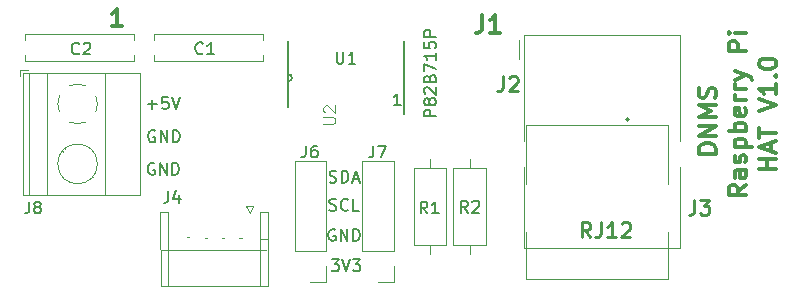
<source format=gbr>
G04 #@! TF.GenerationSoftware,KiCad,Pcbnew,5.1.5+dfsg1-2build2*
G04 #@! TF.CreationDate,2021-06-01T14:02:20+02:00*
G04 #@! TF.ProjectId,DNMS-RPI-HAT-V1.0,444e4d53-2d52-4504-992d-4841542d5631,1.0*
G04 #@! TF.SameCoordinates,Original*
G04 #@! TF.FileFunction,Legend,Top*
G04 #@! TF.FilePolarity,Positive*
%FSLAX46Y46*%
G04 Gerber Fmt 4.6, Leading zero omitted, Abs format (unit mm)*
G04 Created by KiCad (PCBNEW 5.1.5+dfsg1-2build2) date 2021-06-01 14:02:20*
%MOMM*%
%LPD*%
G04 APERTURE LIST*
%ADD10C,0.300000*%
%ADD11C,0.150000*%
%ADD12C,0.120000*%
%ADD13C,0.100000*%
%ADD14C,0.200000*%
%ADD15C,0.152400*%
%ADD16C,0.254000*%
%ADD17C,0.015000*%
G04 APERTURE END LIST*
D10*
X176671251Y-109464208D02*
X175171251Y-109464208D01*
X175171251Y-109107065D01*
X175242680Y-108892780D01*
X175385537Y-108749922D01*
X175528394Y-108678494D01*
X175814108Y-108607065D01*
X176028394Y-108607065D01*
X176314108Y-108678494D01*
X176456965Y-108749922D01*
X176599822Y-108892780D01*
X176671251Y-109107065D01*
X176671251Y-109464208D01*
X176671251Y-107964208D02*
X175171251Y-107964208D01*
X176671251Y-107107065D01*
X175171251Y-107107065D01*
X176671251Y-106392780D02*
X175171251Y-106392780D01*
X176242680Y-105892780D01*
X175171251Y-105392780D01*
X176671251Y-105392780D01*
X176599822Y-104749922D02*
X176671251Y-104535637D01*
X176671251Y-104178494D01*
X176599822Y-104035637D01*
X176528394Y-103964208D01*
X176385537Y-103892780D01*
X176242680Y-103892780D01*
X176099822Y-103964208D01*
X176028394Y-104035637D01*
X175956965Y-104178494D01*
X175885537Y-104464208D01*
X175814108Y-104607065D01*
X175742680Y-104678494D01*
X175599822Y-104749922D01*
X175456965Y-104749922D01*
X175314108Y-104678494D01*
X175242680Y-104607065D01*
X175171251Y-104464208D01*
X175171251Y-104107065D01*
X175242680Y-103892780D01*
X179221251Y-112142780D02*
X178506965Y-112642780D01*
X179221251Y-112999922D02*
X177721251Y-112999922D01*
X177721251Y-112428494D01*
X177792680Y-112285637D01*
X177864108Y-112214208D01*
X178006965Y-112142780D01*
X178221251Y-112142780D01*
X178364108Y-112214208D01*
X178435537Y-112285637D01*
X178506965Y-112428494D01*
X178506965Y-112999922D01*
X179221251Y-110857065D02*
X178435537Y-110857065D01*
X178292680Y-110928494D01*
X178221251Y-111071351D01*
X178221251Y-111357065D01*
X178292680Y-111499922D01*
X179149822Y-110857065D02*
X179221251Y-110999922D01*
X179221251Y-111357065D01*
X179149822Y-111499922D01*
X179006965Y-111571351D01*
X178864108Y-111571351D01*
X178721251Y-111499922D01*
X178649822Y-111357065D01*
X178649822Y-110999922D01*
X178578394Y-110857065D01*
X179149822Y-110214208D02*
X179221251Y-110071351D01*
X179221251Y-109785637D01*
X179149822Y-109642780D01*
X179006965Y-109571351D01*
X178935537Y-109571351D01*
X178792680Y-109642780D01*
X178721251Y-109785637D01*
X178721251Y-109999922D01*
X178649822Y-110142780D01*
X178506965Y-110214208D01*
X178435537Y-110214208D01*
X178292680Y-110142780D01*
X178221251Y-109999922D01*
X178221251Y-109785637D01*
X178292680Y-109642780D01*
X178221251Y-108928494D02*
X179721251Y-108928494D01*
X178292680Y-108928494D02*
X178221251Y-108785637D01*
X178221251Y-108499922D01*
X178292680Y-108357065D01*
X178364108Y-108285637D01*
X178506965Y-108214208D01*
X178935537Y-108214208D01*
X179078394Y-108285637D01*
X179149822Y-108357065D01*
X179221251Y-108499922D01*
X179221251Y-108785637D01*
X179149822Y-108928494D01*
X179221251Y-107571351D02*
X177721251Y-107571351D01*
X178292680Y-107571351D02*
X178221251Y-107428494D01*
X178221251Y-107142780D01*
X178292680Y-106999922D01*
X178364108Y-106928494D01*
X178506965Y-106857065D01*
X178935537Y-106857065D01*
X179078394Y-106928494D01*
X179149822Y-106999922D01*
X179221251Y-107142780D01*
X179221251Y-107428494D01*
X179149822Y-107571351D01*
X179149822Y-105642780D02*
X179221251Y-105785637D01*
X179221251Y-106071351D01*
X179149822Y-106214208D01*
X179006965Y-106285637D01*
X178435537Y-106285637D01*
X178292680Y-106214208D01*
X178221251Y-106071351D01*
X178221251Y-105785637D01*
X178292680Y-105642780D01*
X178435537Y-105571351D01*
X178578394Y-105571351D01*
X178721251Y-106285637D01*
X179221251Y-104928494D02*
X178221251Y-104928494D01*
X178506965Y-104928494D02*
X178364108Y-104857065D01*
X178292680Y-104785637D01*
X178221251Y-104642780D01*
X178221251Y-104499922D01*
X179221251Y-103999922D02*
X178221251Y-103999922D01*
X178506965Y-103999922D02*
X178364108Y-103928494D01*
X178292680Y-103857065D01*
X178221251Y-103714208D01*
X178221251Y-103571351D01*
X178221251Y-103214208D02*
X179221251Y-102857065D01*
X178221251Y-102499922D02*
X179221251Y-102857065D01*
X179578394Y-102999922D01*
X179649822Y-103071351D01*
X179721251Y-103214208D01*
X179221251Y-100785637D02*
X177721251Y-100785637D01*
X177721251Y-100214208D01*
X177792680Y-100071351D01*
X177864108Y-99999922D01*
X178006965Y-99928494D01*
X178221251Y-99928494D01*
X178364108Y-99999922D01*
X178435537Y-100071351D01*
X178506965Y-100214208D01*
X178506965Y-100785637D01*
X179221251Y-99285637D02*
X178221251Y-99285637D01*
X177721251Y-99285637D02*
X177792680Y-99357065D01*
X177864108Y-99285637D01*
X177792680Y-99214208D01*
X177721251Y-99285637D01*
X177864108Y-99285637D01*
X181771251Y-110785637D02*
X180271251Y-110785637D01*
X180985537Y-110785637D02*
X180985537Y-109928494D01*
X181771251Y-109928494D02*
X180271251Y-109928494D01*
X181342680Y-109285637D02*
X181342680Y-108571351D01*
X181771251Y-109428494D02*
X180271251Y-108928494D01*
X181771251Y-108428494D01*
X180271251Y-108142780D02*
X180271251Y-107285637D01*
X181771251Y-107714208D02*
X180271251Y-107714208D01*
X180271251Y-105857065D02*
X181771251Y-105357065D01*
X180271251Y-104857065D01*
X181771251Y-103571351D02*
X181771251Y-104428494D01*
X181771251Y-103999922D02*
X180271251Y-103999922D01*
X180485537Y-104142780D01*
X180628394Y-104285637D01*
X180699822Y-104428494D01*
X181628394Y-102928494D02*
X181699822Y-102857065D01*
X181771251Y-102928494D01*
X181699822Y-102999922D01*
X181628394Y-102928494D01*
X181771251Y-102928494D01*
X180271251Y-101928494D02*
X180271251Y-101785637D01*
X180342680Y-101642780D01*
X180414108Y-101571351D01*
X180556965Y-101499922D01*
X180842680Y-101428494D01*
X181199822Y-101428494D01*
X181485537Y-101499922D01*
X181628394Y-101571351D01*
X181699822Y-101642780D01*
X181771251Y-101785637D01*
X181771251Y-101928494D01*
X181699822Y-102071351D01*
X181628394Y-102142780D01*
X181485537Y-102214208D01*
X181199822Y-102285637D01*
X180842680Y-102285637D01*
X180556965Y-102214208D01*
X180414108Y-102142780D01*
X180342680Y-102071351D01*
X180271251Y-101928494D01*
D11*
X129096595Y-110308760D02*
X129001357Y-110261140D01*
X128858500Y-110261140D01*
X128715642Y-110308760D01*
X128620404Y-110403998D01*
X128572785Y-110499236D01*
X128525166Y-110689712D01*
X128525166Y-110832569D01*
X128572785Y-111023045D01*
X128620404Y-111118283D01*
X128715642Y-111213521D01*
X128858500Y-111261140D01*
X128953738Y-111261140D01*
X129096595Y-111213521D01*
X129144214Y-111165902D01*
X129144214Y-110832569D01*
X128953738Y-110832569D01*
X129572785Y-111261140D02*
X129572785Y-110261140D01*
X130144214Y-111261140D01*
X130144214Y-110261140D01*
X130620404Y-111261140D02*
X130620404Y-110261140D01*
X130858500Y-110261140D01*
X131001357Y-110308760D01*
X131096595Y-110403998D01*
X131144214Y-110499236D01*
X131191833Y-110689712D01*
X131191833Y-110832569D01*
X131144214Y-111023045D01*
X131096595Y-111118283D01*
X131001357Y-111213521D01*
X130858500Y-111261140D01*
X130620404Y-111261140D01*
X129144855Y-107552860D02*
X129049617Y-107505240D01*
X128906760Y-107505240D01*
X128763902Y-107552860D01*
X128668664Y-107648098D01*
X128621045Y-107743336D01*
X128573426Y-107933812D01*
X128573426Y-108076669D01*
X128621045Y-108267145D01*
X128668664Y-108362383D01*
X128763902Y-108457621D01*
X128906760Y-108505240D01*
X129001998Y-108505240D01*
X129144855Y-108457621D01*
X129192474Y-108410002D01*
X129192474Y-108076669D01*
X129001998Y-108076669D01*
X129621045Y-108505240D02*
X129621045Y-107505240D01*
X130192474Y-108505240D01*
X130192474Y-107505240D01*
X130668664Y-108505240D02*
X130668664Y-107505240D01*
X130906760Y-107505240D01*
X131049617Y-107552860D01*
X131144855Y-107648098D01*
X131192474Y-107743336D01*
X131240093Y-107933812D01*
X131240093Y-108076669D01*
X131192474Y-108267145D01*
X131144855Y-108362383D01*
X131049617Y-108457621D01*
X130906760Y-108505240D01*
X130668664Y-108505240D01*
X128544845Y-105312508D02*
X129306750Y-105312508D01*
X128925798Y-105693460D02*
X128925798Y-104931556D01*
X130259131Y-104693460D02*
X129782940Y-104693460D01*
X129735321Y-105169651D01*
X129782940Y-105122032D01*
X129878179Y-105074413D01*
X130116274Y-105074413D01*
X130211512Y-105122032D01*
X130259131Y-105169651D01*
X130306750Y-105264889D01*
X130306750Y-105502984D01*
X130259131Y-105598222D01*
X130211512Y-105645841D01*
X130116274Y-105693460D01*
X129878179Y-105693460D01*
X129782940Y-105645841D01*
X129735321Y-105598222D01*
X130592464Y-104693460D02*
X130925798Y-105693460D01*
X131259131Y-104693460D01*
X144111864Y-118434860D02*
X144730912Y-118434860D01*
X144397579Y-118815813D01*
X144540436Y-118815813D01*
X144635674Y-118863432D01*
X144683293Y-118911051D01*
X144730912Y-119006289D01*
X144730912Y-119244384D01*
X144683293Y-119339622D01*
X144635674Y-119387241D01*
X144540436Y-119434860D01*
X144254721Y-119434860D01*
X144159483Y-119387241D01*
X144111864Y-119339622D01*
X145016626Y-118434860D02*
X145349960Y-119434860D01*
X145683293Y-118434860D01*
X145921388Y-118434860D02*
X146540436Y-118434860D01*
X146207102Y-118815813D01*
X146349960Y-118815813D01*
X146445198Y-118863432D01*
X146492817Y-118911051D01*
X146540436Y-119006289D01*
X146540436Y-119244384D01*
X146492817Y-119339622D01*
X146445198Y-119387241D01*
X146349960Y-119434860D01*
X146064245Y-119434860D01*
X145969007Y-119387241D01*
X145921388Y-119339622D01*
X144400095Y-115917080D02*
X144304857Y-115869460D01*
X144162000Y-115869460D01*
X144019142Y-115917080D01*
X143923904Y-116012318D01*
X143876285Y-116107556D01*
X143828666Y-116298032D01*
X143828666Y-116440889D01*
X143876285Y-116631365D01*
X143923904Y-116726603D01*
X144019142Y-116821841D01*
X144162000Y-116869460D01*
X144257238Y-116869460D01*
X144400095Y-116821841D01*
X144447714Y-116774222D01*
X144447714Y-116440889D01*
X144257238Y-116440889D01*
X144876285Y-116869460D02*
X144876285Y-115869460D01*
X145447714Y-116869460D01*
X145447714Y-115869460D01*
X145923904Y-116869460D02*
X145923904Y-115869460D01*
X146162000Y-115869460D01*
X146304857Y-115917080D01*
X146400095Y-116012318D01*
X146447714Y-116107556D01*
X146495333Y-116298032D01*
X146495333Y-116440889D01*
X146447714Y-116631365D01*
X146400095Y-116726603D01*
X146304857Y-116821841D01*
X146162000Y-116869460D01*
X145923904Y-116869460D01*
X143923263Y-114253901D02*
X144066120Y-114301520D01*
X144304216Y-114301520D01*
X144399454Y-114253901D01*
X144447073Y-114206282D01*
X144494692Y-114111044D01*
X144494692Y-114015806D01*
X144447073Y-113920568D01*
X144399454Y-113872949D01*
X144304216Y-113825330D01*
X144113740Y-113777711D01*
X144018501Y-113730092D01*
X143970882Y-113682473D01*
X143923263Y-113587235D01*
X143923263Y-113491997D01*
X143970882Y-113396759D01*
X144018501Y-113349140D01*
X144113740Y-113301520D01*
X144351835Y-113301520D01*
X144494692Y-113349140D01*
X145494692Y-114206282D02*
X145447073Y-114253901D01*
X145304216Y-114301520D01*
X145208978Y-114301520D01*
X145066120Y-114253901D01*
X144970882Y-114158663D01*
X144923263Y-114063425D01*
X144875644Y-113872949D01*
X144875644Y-113730092D01*
X144923263Y-113539616D01*
X144970882Y-113444378D01*
X145066120Y-113349140D01*
X145208978Y-113301520D01*
X145304216Y-113301520D01*
X145447073Y-113349140D01*
X145494692Y-113396759D01*
X146399454Y-114301520D02*
X145923263Y-114301520D01*
X145923263Y-113301520D01*
X143947714Y-111879001D02*
X144090571Y-111926620D01*
X144328666Y-111926620D01*
X144423904Y-111879001D01*
X144471523Y-111831382D01*
X144519142Y-111736144D01*
X144519142Y-111640906D01*
X144471523Y-111545668D01*
X144423904Y-111498049D01*
X144328666Y-111450430D01*
X144138190Y-111402811D01*
X144042952Y-111355192D01*
X143995333Y-111307573D01*
X143947714Y-111212335D01*
X143947714Y-111117097D01*
X143995333Y-111021859D01*
X144042952Y-110974240D01*
X144138190Y-110926620D01*
X144376285Y-110926620D01*
X144519142Y-110974240D01*
X144947714Y-111926620D02*
X144947714Y-110926620D01*
X145185809Y-110926620D01*
X145328666Y-110974240D01*
X145423904Y-111069478D01*
X145471523Y-111164716D01*
X145519142Y-111355192D01*
X145519142Y-111498049D01*
X145471523Y-111688525D01*
X145423904Y-111783763D01*
X145328666Y-111879001D01*
X145185809Y-111926620D01*
X144947714Y-111926620D01*
X145900095Y-111640906D02*
X146376285Y-111640906D01*
X145804857Y-111926620D02*
X146138190Y-110926620D01*
X146471523Y-111926620D01*
D10*
X126342451Y-98703511D02*
X125485308Y-98703511D01*
X125913880Y-98703511D02*
X125913880Y-97203511D01*
X125771022Y-97417797D01*
X125628165Y-97560654D01*
X125485308Y-97632082D01*
D12*
X160436560Y-99423840D02*
X173636560Y-99423840D01*
X173636560Y-99423840D02*
X173636560Y-108443840D01*
D13*
X173636560Y-117303840D02*
X173636560Y-117423840D01*
D12*
X173636560Y-117423840D02*
X173636560Y-110643840D01*
D13*
X173636560Y-117413840D02*
X173636560Y-117423840D01*
D12*
X173636560Y-117423840D02*
X160436560Y-117423840D01*
X160436560Y-117423840D02*
X160436560Y-110643840D01*
D13*
X160436560Y-108373840D02*
X160436560Y-108443840D01*
D12*
X160436560Y-108443840D02*
X160436560Y-99423840D01*
X159966560Y-101423840D02*
X159966560Y-99893840D01*
D13*
X160561500Y-112072560D02*
X160561500Y-107072560D01*
X160561500Y-107072560D02*
X172561500Y-107072560D01*
X172561500Y-107072560D02*
X172561500Y-112072560D01*
X160561500Y-116072560D02*
X160561500Y-120072560D01*
X160561500Y-120072560D02*
X172561500Y-120072560D01*
X172561500Y-120072560D02*
X172561500Y-116072560D01*
D14*
X169061500Y-106572560D02*
X169061500Y-106572560D01*
X169261500Y-106572560D02*
X169261500Y-106572560D01*
X169261500Y-106572560D02*
G75*
G03X169061500Y-106572560I-100000J0D01*
G01*
X169061500Y-106572560D02*
G75*
G03X169261500Y-106572560I100000J0D01*
G01*
D12*
X155784280Y-109908860D02*
X155784280Y-110678860D01*
X155784280Y-117988860D02*
X155784280Y-117218860D01*
X154414280Y-110678860D02*
X154414280Y-117218860D01*
X157154280Y-110678860D02*
X154414280Y-110678860D01*
X157154280Y-117218860D02*
X157154280Y-110678860D01*
X154414280Y-117218860D02*
X157154280Y-117218860D01*
X152456880Y-109908860D02*
X152456880Y-110678860D01*
X152456880Y-117988860D02*
X152456880Y-117218860D01*
X151086880Y-110678860D02*
X151086880Y-117218860D01*
X153826880Y-110678860D02*
X151086880Y-110678860D01*
X153826880Y-117218860D02*
X153826880Y-110678860D01*
X151086880Y-117218860D02*
X153826880Y-117218860D01*
X121064424Y-105944718D02*
G75*
G02X120919180Y-105261400I1534756J683318D01*
G01*
X123282222Y-106796826D02*
G75*
G02X121915180Y-106796400I-683042J1535426D01*
G01*
X124134606Y-104578358D02*
G75*
G02X124134180Y-105945400I-1535426J-683042D01*
G01*
X121916138Y-103725974D02*
G75*
G02X123283180Y-103726400I683042J-1535426D01*
G01*
X120918927Y-105290205D02*
G75*
G02X121064180Y-104577400I1680253J28805D01*
G01*
X124279180Y-110341400D02*
G75*
G03X124279180Y-110341400I-1680000J0D01*
G01*
X118499180Y-102661400D02*
X118499180Y-112941400D01*
X119999180Y-102661400D02*
X119999180Y-112941400D01*
X124900180Y-102661400D02*
X124900180Y-112941400D01*
X127860180Y-102661400D02*
X127860180Y-112941400D01*
X117939180Y-102661400D02*
X117939180Y-112941400D01*
X127860180Y-102661400D02*
X117939180Y-102661400D01*
X127860180Y-112941400D02*
X117939180Y-112941400D01*
X123668180Y-111616400D02*
X123622180Y-111569400D01*
X121360180Y-109307400D02*
X121325180Y-109272400D01*
X123874180Y-111411400D02*
X123838180Y-111376400D01*
X121576180Y-109114400D02*
X121530180Y-109067400D01*
X118439180Y-102421400D02*
X117699180Y-102421400D01*
X117699180Y-102421400D02*
X117699180Y-102921400D01*
D15*
X150244540Y-106112300D02*
X150244540Y-99965500D01*
X140440140Y-99965500D02*
X140440140Y-102734100D01*
X140440140Y-102734100D02*
X140440140Y-103343700D01*
X140440140Y-103343700D02*
X140440140Y-105553500D01*
X140440140Y-102734100D02*
G75*
G02X140440140Y-103343700I0J-304800D01*
G01*
D12*
X149352040Y-120351240D02*
X148022040Y-120351240D01*
X149352040Y-119021240D02*
X149352040Y-120351240D01*
X149352040Y-117751240D02*
X146692040Y-117751240D01*
X146692040Y-117751240D02*
X146692040Y-110071240D01*
X149352040Y-117751240D02*
X149352040Y-110071240D01*
X149352040Y-110071240D02*
X146692040Y-110071240D01*
X143642120Y-120351240D02*
X142312120Y-120351240D01*
X143642120Y-119021240D02*
X143642120Y-120351240D01*
X143642120Y-117751240D02*
X140982120Y-117751240D01*
X140982120Y-117751240D02*
X140982120Y-110071240D01*
X143642120Y-117751240D02*
X143642120Y-110071240D01*
X143642120Y-110071240D02*
X140982120Y-110071240D01*
X136881320Y-113915760D02*
X137181320Y-114515760D01*
X137481320Y-113915760D02*
X136881320Y-113915760D01*
X137181320Y-114515760D02*
X137481320Y-113915760D01*
X132031320Y-116555760D02*
X131871320Y-116555760D01*
X129681320Y-117605760D02*
X130001320Y-117605760D01*
X133521320Y-116575760D02*
X133361320Y-116575760D01*
X131861320Y-117605760D02*
X132181320Y-117605760D01*
X132181320Y-117605760D02*
X132501320Y-117605760D01*
X135001320Y-116595760D02*
X134841320Y-116595760D01*
X134361320Y-117605760D02*
X134681320Y-117605760D01*
X134681320Y-117605760D02*
X135001320Y-117605760D01*
X136481320Y-116595760D02*
X136301320Y-116595760D01*
X136861320Y-117605760D02*
X137181320Y-117605760D01*
X137181320Y-117605760D02*
X137501320Y-117605760D01*
X138571320Y-117605760D02*
X129621320Y-117605760D01*
X130271320Y-120705760D02*
X130281320Y-116635760D01*
X138071320Y-116685760D02*
X138711320Y-116685760D01*
X138041320Y-120685760D02*
X138041320Y-116615760D01*
X130281320Y-114475760D02*
X130281320Y-116675760D01*
X129631320Y-114435760D02*
X130281320Y-114435760D01*
X129621320Y-120705760D02*
X129611320Y-114435760D01*
X138741320Y-120705760D02*
X129621320Y-120705760D01*
X138731320Y-114415760D02*
X138731320Y-120705760D01*
X138021320Y-114405760D02*
X138731320Y-114405760D01*
X138021320Y-116655760D02*
X138021320Y-114455760D01*
X118175720Y-99368740D02*
X127415720Y-99368740D01*
X118175720Y-101608740D02*
X127415720Y-101608740D01*
X118175720Y-99368740D02*
X118175720Y-99823740D01*
X118175720Y-101153740D02*
X118175720Y-101608740D01*
X127415720Y-99368740D02*
X127415720Y-99823740D01*
X127415720Y-101153740D02*
X127415720Y-101608740D01*
X138330720Y-101608740D02*
X129090720Y-101608740D01*
X138330720Y-99368740D02*
X129090720Y-99368740D01*
X138330720Y-101608740D02*
X138330720Y-101153740D01*
X138330720Y-99823740D02*
X138330720Y-99368740D01*
X129090720Y-101608740D02*
X129090720Y-101153740D01*
X129090720Y-99823740D02*
X129090720Y-99368740D01*
D16*
X158614686Y-102937783D02*
X158614686Y-103844926D01*
X158554210Y-104026355D01*
X158433258Y-104147307D01*
X158251829Y-104207783D01*
X158130877Y-104207783D01*
X159158972Y-103058736D02*
X159219448Y-102998260D01*
X159340400Y-102937783D01*
X159642781Y-102937783D01*
X159763734Y-102998260D01*
X159824210Y-103058736D01*
X159884686Y-103179688D01*
X159884686Y-103300640D01*
X159824210Y-103482069D01*
X159098496Y-104207783D01*
X159884686Y-104207783D01*
X174817346Y-113392423D02*
X174817346Y-114299566D01*
X174756870Y-114480995D01*
X174635918Y-114601947D01*
X174454489Y-114662423D01*
X174333537Y-114662423D01*
X175301156Y-113392423D02*
X176087346Y-113392423D01*
X175664013Y-113876233D01*
X175845441Y-113876233D01*
X175966394Y-113936709D01*
X176026870Y-113997185D01*
X176087346Y-114118138D01*
X176087346Y-114420519D01*
X176026870Y-114541471D01*
X175966394Y-114601947D01*
X175845441Y-114662423D01*
X175482584Y-114662423D01*
X175361632Y-114601947D01*
X175301156Y-114541471D01*
X166005481Y-116562343D02*
X165582148Y-115957581D01*
X165279767Y-116562343D02*
X165279767Y-115292343D01*
X165763577Y-115292343D01*
X165884529Y-115352820D01*
X165945005Y-115413296D01*
X166005481Y-115534248D01*
X166005481Y-115715677D01*
X165945005Y-115836629D01*
X165884529Y-115897105D01*
X165763577Y-115957581D01*
X165279767Y-115957581D01*
X166912624Y-115292343D02*
X166912624Y-116199486D01*
X166852148Y-116380915D01*
X166731196Y-116501867D01*
X166549767Y-116562343D01*
X166428815Y-116562343D01*
X168182624Y-116562343D02*
X167456910Y-116562343D01*
X167819767Y-116562343D02*
X167819767Y-115292343D01*
X167698815Y-115473772D01*
X167577862Y-115594724D01*
X167456910Y-115655200D01*
X168666434Y-115413296D02*
X168726910Y-115352820D01*
X168847862Y-115292343D01*
X169150243Y-115292343D01*
X169271196Y-115352820D01*
X169331672Y-115413296D01*
X169392148Y-115534248D01*
X169392148Y-115655200D01*
X169331672Y-115836629D01*
X168605958Y-116562343D01*
X169392148Y-116562343D01*
D10*
X156874320Y-97726751D02*
X156874320Y-98798180D01*
X156802891Y-99012465D01*
X156660034Y-99155322D01*
X156445748Y-99226751D01*
X156302891Y-99226751D01*
X158374320Y-99226751D02*
X157517177Y-99226751D01*
X157945748Y-99226751D02*
X157945748Y-97726751D01*
X157802891Y-97941037D01*
X157660034Y-98083894D01*
X157517177Y-98155322D01*
D11*
X155640473Y-114467280D02*
X155307140Y-113991090D01*
X155069044Y-114467280D02*
X155069044Y-113467280D01*
X155449997Y-113467280D01*
X155545235Y-113514900D01*
X155592854Y-113562519D01*
X155640473Y-113657757D01*
X155640473Y-113800614D01*
X155592854Y-113895852D01*
X155545235Y-113943471D01*
X155449997Y-113991090D01*
X155069044Y-113991090D01*
X156021425Y-113562519D02*
X156069044Y-113514900D01*
X156164282Y-113467280D01*
X156402378Y-113467280D01*
X156497616Y-113514900D01*
X156545235Y-113562519D01*
X156592854Y-113657757D01*
X156592854Y-113752995D01*
X156545235Y-113895852D01*
X155973806Y-114467280D01*
X156592854Y-114467280D01*
X152208933Y-114535860D02*
X151875600Y-114059670D01*
X151637504Y-114535860D02*
X151637504Y-113535860D01*
X152018457Y-113535860D01*
X152113695Y-113583480D01*
X152161314Y-113631099D01*
X152208933Y-113726337D01*
X152208933Y-113869194D01*
X152161314Y-113964432D01*
X152113695Y-114012051D01*
X152018457Y-114059670D01*
X151637504Y-114059670D01*
X153161314Y-114535860D02*
X152589885Y-114535860D01*
X152875600Y-114535860D02*
X152875600Y-113535860D01*
X152780361Y-113678718D01*
X152685123Y-113773956D01*
X152589885Y-113821575D01*
X118501566Y-113540280D02*
X118501566Y-114254566D01*
X118453947Y-114397423D01*
X118358709Y-114492661D01*
X118215852Y-114540280D01*
X118120614Y-114540280D01*
X119120614Y-113968852D02*
X119025376Y-113921233D01*
X118977757Y-113873614D01*
X118930138Y-113778376D01*
X118930138Y-113730757D01*
X118977757Y-113635519D01*
X119025376Y-113587900D01*
X119120614Y-113540280D01*
X119311090Y-113540280D01*
X119406328Y-113587900D01*
X119453947Y-113635519D01*
X119501566Y-113730757D01*
X119501566Y-113778376D01*
X119453947Y-113873614D01*
X119406328Y-113921233D01*
X119311090Y-113968852D01*
X119120614Y-113968852D01*
X119025376Y-114016471D01*
X118977757Y-114064090D01*
X118930138Y-114159328D01*
X118930138Y-114349804D01*
X118977757Y-114445042D01*
X119025376Y-114492661D01*
X119120614Y-114540280D01*
X119311090Y-114540280D01*
X119406328Y-114492661D01*
X119453947Y-114445042D01*
X119501566Y-114349804D01*
X119501566Y-114159328D01*
X119453947Y-114064090D01*
X119406328Y-114016471D01*
X119311090Y-113968852D01*
D17*
X143411959Y-106965344D02*
X144221929Y-106965344D01*
X144317219Y-106917699D01*
X144364864Y-106870054D01*
X144412510Y-106774763D01*
X144412510Y-106584182D01*
X144364864Y-106488891D01*
X144317219Y-106441246D01*
X144221929Y-106393601D01*
X143411959Y-106393601D01*
X143507249Y-105964793D02*
X143459604Y-105917148D01*
X143411959Y-105821857D01*
X143411959Y-105583631D01*
X143459604Y-105488340D01*
X143507249Y-105440695D01*
X143602540Y-105393050D01*
X143697830Y-105393050D01*
X143840766Y-105440695D01*
X144412510Y-106012438D01*
X144412510Y-105393050D01*
D11*
X149956214Y-105383580D02*
X149384785Y-105383580D01*
X149670500Y-105383580D02*
X149670500Y-104383580D01*
X149575261Y-104526438D01*
X149480023Y-104621676D01*
X149384785Y-104669295D01*
X144542335Y-100852980D02*
X144542335Y-101662504D01*
X144589954Y-101757742D01*
X144637573Y-101805361D01*
X144732811Y-101852980D01*
X144923287Y-101852980D01*
X145018525Y-101805361D01*
X145066144Y-101757742D01*
X145113763Y-101662504D01*
X145113763Y-100852980D01*
X146113763Y-101852980D02*
X145542335Y-101852980D01*
X145828049Y-101852980D02*
X145828049Y-100852980D01*
X145732811Y-100995838D01*
X145637573Y-101091076D01*
X145542335Y-101138695D01*
X152932120Y-106326157D02*
X151932120Y-106326157D01*
X151932120Y-105945204D01*
X151979740Y-105849966D01*
X152027359Y-105802347D01*
X152122597Y-105754728D01*
X152265454Y-105754728D01*
X152360692Y-105802347D01*
X152408311Y-105849966D01*
X152455930Y-105945204D01*
X152455930Y-106326157D01*
X152360692Y-105183300D02*
X152313073Y-105278538D01*
X152265454Y-105326157D01*
X152170216Y-105373776D01*
X152122597Y-105373776D01*
X152027359Y-105326157D01*
X151979740Y-105278538D01*
X151932120Y-105183300D01*
X151932120Y-104992823D01*
X151979740Y-104897585D01*
X152027359Y-104849966D01*
X152122597Y-104802347D01*
X152170216Y-104802347D01*
X152265454Y-104849966D01*
X152313073Y-104897585D01*
X152360692Y-104992823D01*
X152360692Y-105183300D01*
X152408311Y-105278538D01*
X152455930Y-105326157D01*
X152551168Y-105373776D01*
X152741644Y-105373776D01*
X152836882Y-105326157D01*
X152884501Y-105278538D01*
X152932120Y-105183300D01*
X152932120Y-104992823D01*
X152884501Y-104897585D01*
X152836882Y-104849966D01*
X152741644Y-104802347D01*
X152551168Y-104802347D01*
X152455930Y-104849966D01*
X152408311Y-104897585D01*
X152360692Y-104992823D01*
X152027359Y-104421395D02*
X151979740Y-104373776D01*
X151932120Y-104278538D01*
X151932120Y-104040442D01*
X151979740Y-103945204D01*
X152027359Y-103897585D01*
X152122597Y-103849966D01*
X152217835Y-103849966D01*
X152360692Y-103897585D01*
X152932120Y-104469014D01*
X152932120Y-103849966D01*
X152408311Y-103088061D02*
X152455930Y-102945204D01*
X152503549Y-102897585D01*
X152598787Y-102849966D01*
X152741644Y-102849966D01*
X152836882Y-102897585D01*
X152884501Y-102945204D01*
X152932120Y-103040442D01*
X152932120Y-103421395D01*
X151932120Y-103421395D01*
X151932120Y-103088061D01*
X151979740Y-102992823D01*
X152027359Y-102945204D01*
X152122597Y-102897585D01*
X152217835Y-102897585D01*
X152313073Y-102945204D01*
X152360692Y-102992823D01*
X152408311Y-103088061D01*
X152408311Y-103421395D01*
X151932120Y-102516633D02*
X151932120Y-101849966D01*
X152932120Y-102278538D01*
X152932120Y-100945204D02*
X152932120Y-101516633D01*
X152932120Y-101230919D02*
X151932120Y-101230919D01*
X152074978Y-101326157D01*
X152170216Y-101421395D01*
X152217835Y-101516633D01*
X151932120Y-100040442D02*
X151932120Y-100516633D01*
X152408311Y-100564252D01*
X152360692Y-100516633D01*
X152313073Y-100421395D01*
X152313073Y-100183300D01*
X152360692Y-100088061D01*
X152408311Y-100040442D01*
X152503549Y-99992823D01*
X152741644Y-99992823D01*
X152836882Y-100040442D01*
X152884501Y-100088061D01*
X152932120Y-100183300D01*
X152932120Y-100421395D01*
X152884501Y-100516633D01*
X152836882Y-100564252D01*
X152932120Y-99564252D02*
X151932120Y-99564252D01*
X151932120Y-99183300D01*
X151979740Y-99088061D01*
X152027359Y-99040442D01*
X152122597Y-98992823D01*
X152265454Y-98992823D01*
X152360692Y-99040442D01*
X152408311Y-99088061D01*
X152455930Y-99183300D01*
X152455930Y-99564252D01*
X147630286Y-108787940D02*
X147630286Y-109502226D01*
X147582667Y-109645083D01*
X147487429Y-109740321D01*
X147344572Y-109787940D01*
X147249334Y-109787940D01*
X148011239Y-108787940D02*
X148677905Y-108787940D01*
X148249334Y-109787940D01*
X141927986Y-108787940D02*
X141927986Y-109502226D01*
X141880367Y-109645083D01*
X141785129Y-109740321D01*
X141642272Y-109787940D01*
X141547034Y-109787940D01*
X142832748Y-108787940D02*
X142642272Y-108787940D01*
X142547034Y-108835560D01*
X142499415Y-108883179D01*
X142404177Y-109026036D01*
X142356558Y-109216512D01*
X142356558Y-109597464D01*
X142404177Y-109692702D01*
X142451796Y-109740321D01*
X142547034Y-109787940D01*
X142737510Y-109787940D01*
X142832748Y-109740321D01*
X142880367Y-109692702D01*
X142927986Y-109597464D01*
X142927986Y-109359369D01*
X142880367Y-109264131D01*
X142832748Y-109216512D01*
X142737510Y-109168893D01*
X142547034Y-109168893D01*
X142451796Y-109216512D01*
X142404177Y-109264131D01*
X142356558Y-109359369D01*
X130287166Y-112638580D02*
X130287166Y-113352866D01*
X130239547Y-113495723D01*
X130144309Y-113590961D01*
X130001452Y-113638580D01*
X129906214Y-113638580D01*
X131191928Y-112971914D02*
X131191928Y-113638580D01*
X130953833Y-112590961D02*
X130715738Y-113305247D01*
X131334785Y-113305247D01*
X122729693Y-100985582D02*
X122682074Y-101033201D01*
X122539217Y-101080820D01*
X122443979Y-101080820D01*
X122301121Y-101033201D01*
X122205883Y-100937963D01*
X122158264Y-100842725D01*
X122110645Y-100652249D01*
X122110645Y-100509392D01*
X122158264Y-100318916D01*
X122205883Y-100223678D01*
X122301121Y-100128440D01*
X122443979Y-100080820D01*
X122539217Y-100080820D01*
X122682074Y-100128440D01*
X122729693Y-100176059D01*
X123110645Y-100176059D02*
X123158264Y-100128440D01*
X123253502Y-100080820D01*
X123491598Y-100080820D01*
X123586836Y-100128440D01*
X123634455Y-100176059D01*
X123682074Y-100271297D01*
X123682074Y-100366535D01*
X123634455Y-100509392D01*
X123063026Y-101080820D01*
X123682074Y-101080820D01*
X133202113Y-100962722D02*
X133154494Y-101010341D01*
X133011637Y-101057960D01*
X132916399Y-101057960D01*
X132773541Y-101010341D01*
X132678303Y-100915103D01*
X132630684Y-100819865D01*
X132583065Y-100629389D01*
X132583065Y-100486532D01*
X132630684Y-100296056D01*
X132678303Y-100200818D01*
X132773541Y-100105580D01*
X132916399Y-100057960D01*
X133011637Y-100057960D01*
X133154494Y-100105580D01*
X133202113Y-100153199D01*
X134154494Y-101057960D02*
X133583065Y-101057960D01*
X133868780Y-101057960D02*
X133868780Y-100057960D01*
X133773541Y-100200818D01*
X133678303Y-100296056D01*
X133583065Y-100343675D01*
M02*

</source>
